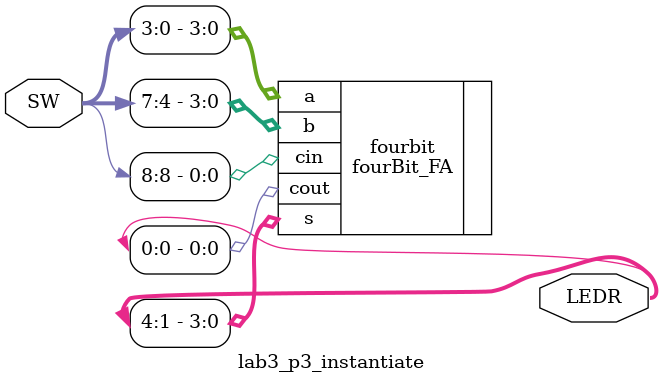
<source format=v>
module lab3_p3_instantiate(SW,LEDR);

	input[9:0] SW;
	output [9:0] LEDR;
	
	//instantiate and connect fourBit_FA
	fourBit_FA fourbit (.a(SW[3:0]), .b(SW[7:4]), .cin(SW[8]), .cout(LEDR[0]), .s(LEDR[4:1]));
	
endmodule
</source>
